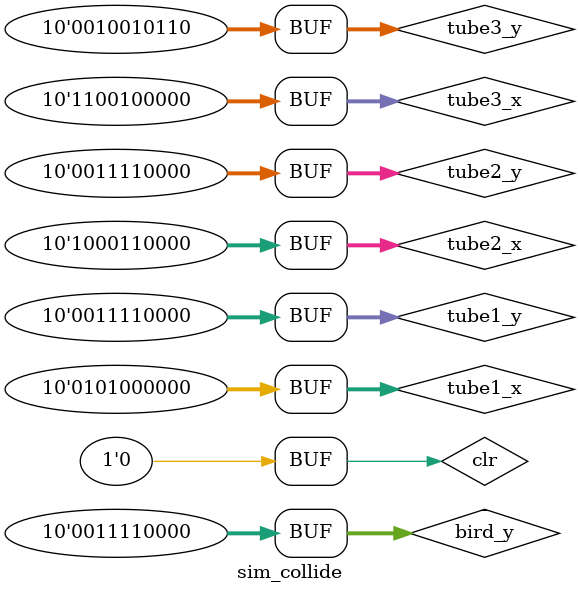
<source format=v>
`timescale 1ns / 1ps


module sim_collide;

	// Inputs
	reg clr;
	reg [9:0] tube1_x;
	reg [9:0] tube1_y;
	reg [9:0] tube2_x;
	reg [9:0] tube2_y;
	reg [9:0] tube3_x;
	reg [9:0] tube3_y;
	reg [9:0] bird_y;

	// Outputs
	wire over;

	// Instantiate the Unit Under Test (UUT)
	Collision uut (
		.clr(clr), 
		.tube1_x(tube1_x), 
		.tube1_y(tube1_y), 
		.tube2_x(tube2_x), 
		.tube2_y(tube2_y), 
		.tube3_x(tube3_x), 
		.tube3_y(tube3_y), 
		.bird_y(bird_y), 
		.over(over)
	);

	initial begin
		// Initialize Inputs
		clr = 0;
		tube1_x = 0;
		tube1_y = 0;
		tube2_x = 0;
		tube2_y = 0;
		tube3_x = 0;
		tube3_y = 0;
		bird_y = 0;

		// Wait 100 ns for global reset to finish
		#100;
		bird_y=240;
		tube1_x=320;
		tube2_x=560;
		tube3_x=800;
		tube1_y=240;
		tube2_y=240;
		tube3_y=150;
        
		// Add stimulus here

	end
      
endmodule


</source>
